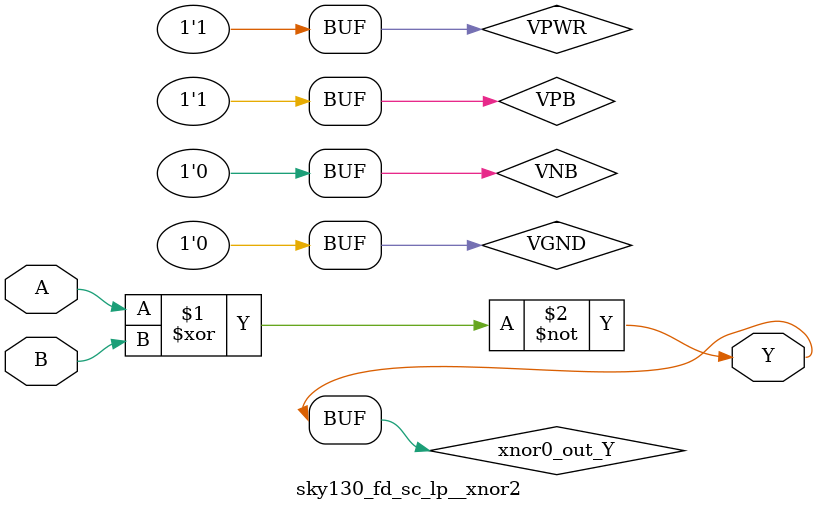
<source format=v>
/*
 * Copyright 2020 The SkyWater PDK Authors
 *
 * Licensed under the Apache License, Version 2.0 (the "License");
 * you may not use this file except in compliance with the License.
 * You may obtain a copy of the License at
 *
 *     https://www.apache.org/licenses/LICENSE-2.0
 *
 * Unless required by applicable law or agreed to in writing, software
 * distributed under the License is distributed on an "AS IS" BASIS,
 * WITHOUT WARRANTIES OR CONDITIONS OF ANY KIND, either express or implied.
 * See the License for the specific language governing permissions and
 * limitations under the License.
 *
 * SPDX-License-Identifier: Apache-2.0
*/


`ifndef SKY130_FD_SC_LP__XNOR2_BEHAVIORAL_V
`define SKY130_FD_SC_LP__XNOR2_BEHAVIORAL_V

/**
 * xnor2: 2-input exclusive NOR.
 *
 *        Y = !(A ^ B)
 *
 * Verilog simulation functional model.
 */

`timescale 1ns / 1ps
`default_nettype none

`celldefine
module sky130_fd_sc_lp__xnor2 (
    Y,
    A,
    B
);

    // Module ports
    output Y;
    input  A;
    input  B;

    // Module supplies
    supply1 VPWR;
    supply0 VGND;
    supply1 VPB ;
    supply0 VNB ;

    // Local signals
    wire xnor0_out_Y;

    //   Name   Output       Other arguments
    xnor xnor0 (xnor0_out_Y, A, B           );
    buf  buf0  (Y          , xnor0_out_Y    );

endmodule
`endcelldefine

`default_nettype wire
`endif  // SKY130_FD_SC_LP__XNOR2_BEHAVIORAL_V
</source>
